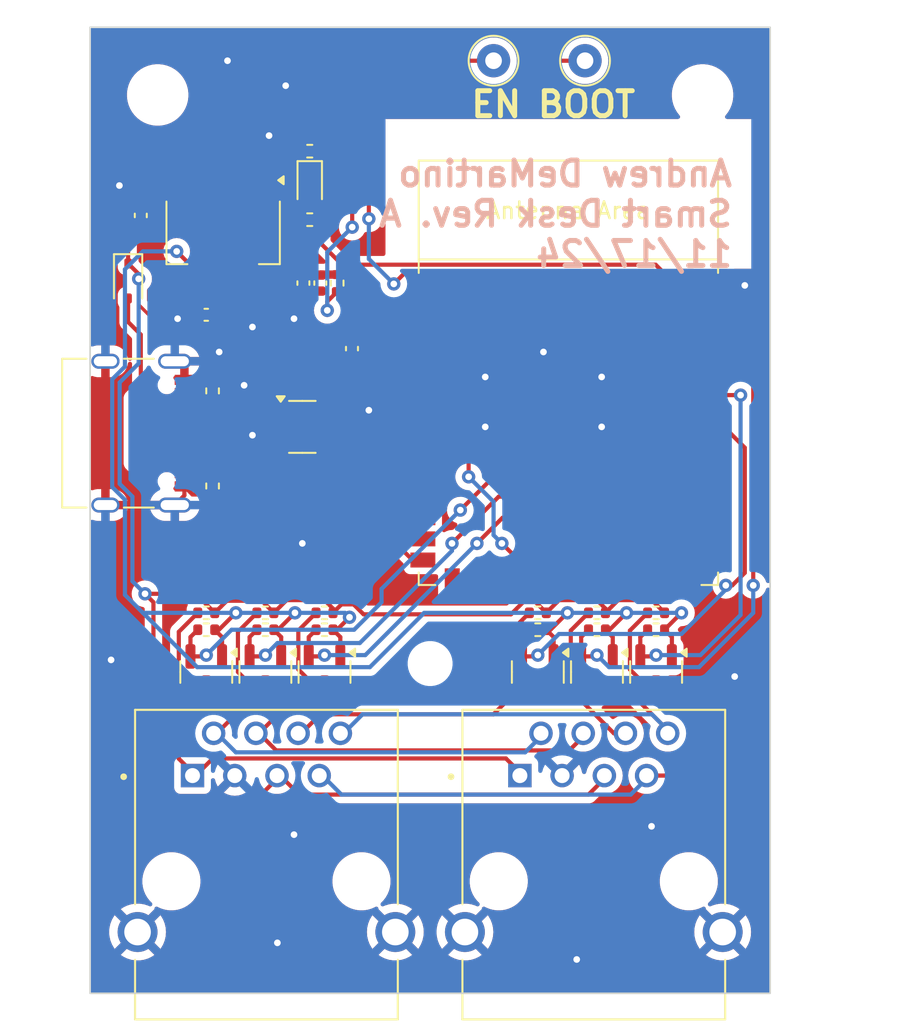
<source format=kicad_pcb>
(kicad_pcb (version 20240108) (generator "pcbnew") (generator_version "8.0")
  (layers (0 "F.Cu" signal) (31 "B.Cu" signal) (34 "B.Paste" user) (35 "F.Paste" user) (36 "B.SilkS" user "B.Silkscreen") (37 "F.SilkS" user "F.Silkscreen") (38 "B.Mask" user) (39 "F.Mask" user) (44 "Edge.Cuts" user))
  (net 0 "")
  (net 1 "GND")
  (net 2 "Net-(D2-A)")
  (net 3 "Net-(D2-K)")
  (net 5 "VBUS")
  (net 6 "/DESK_2")
  (net 7 "/DESK_7")
  (net 8 "/DESK_8")
  (net 10 "+3V3")
  (net 11 "/DESK_6")
  (net 12 "/DESK_4")
  (net 13 "/DESK_1")
  (net 14 "/USB_CC1")
  (net 15 "/USB_CC2")
  (net 16 "+5V")
  (net 17 "/GPIO23")
  (net 18 "/GPIO16")
  (net 19 "/GPIO17")
  (net 20 "/GPIO18")
  (net 21 "/GPIO19")
  (net 22 "/GPIO22")
  (net 23 "/GPIO21")
  (net 50 "/MCU/EN")
  (net 51 "/USB_N")
  (net 52 "/USB_P")
  (net 53 "/USB_HDR_N")
  (net 54 "/USB_HDR_P")
  (net 55 "Net-(U4-GPIO0{slash}BOOT)")
  (footprint "Resistor_SMD:R_0402_1005Metric" (layer "F.Cu") (at 153.162 107.188)
    (property "Reference" "R11" (hide yes))
    (property "Value" "10k")
  )
  (footprint "LED_SMD:LED_0603_1608Metric" (layer "F.Cu") (at 139.446 80.518 -90)
    (property "Reference" "D2" (hide yes))
    (property "Value" "LED")
  )
  (footprint "Resistor_SMD:R_0402_1005Metric" (layer "F.Cu") (at 136.779 106.172)
    (property "Reference" "R12" (hide yes))
    (property "Value" "10k")
  )
  (footprint "Resistor_SMD:R_0402_1005Metric" (layer "F.Cu") (at 140.335 106.172)
    (property "Reference" "R9" (hide yes))
    (property "Value" "10k")
  )
  (footprint "footprints:ASSMANN_A-2004-2-4-LPS-N-R" (layer "F.Cu") (at 136.8425 122.301)
    (property "Reference" "J1" (hide yes))
    (property "Value" "RJ45")
  )
  (footprint "Package_TO_SOT_SMD:SOT-23" (layer "F.Cu") (at 133.223 109.728 -90)
    (property "Reference" "Q3" (hide yes))
    (property "Value" "2N7002")
  )
  (footprint "Capacitor_SMD:C_0402_1005Metric" (layer "F.Cu") (at 133.223 88.265 180)
    (property "Reference" "C2" (hide yes))
    (property "Value" "10u")
  )
  (footprint "Connector_USB:USB_C_Receptacle_Palconn_UTC16-G" (layer "F.Cu") (at 129.399 95.377 -90)
    (property "Reference" "J3" (hide yes))
    (property "Value" "USB_C_ReceptacleUSB2.0")
  )
  (footprint "Package_TO_SOT_SMD:SOT-23" (layer "F.Cu") (at 156.718 109.728 -90)
    (property "Reference" "Q8" (hide yes))
    (property "Value" "2N7002")
  )
  (footprint "TestPoint:TestPoint_Loop_D1.80mm_Drill1.0mm_Beaded" (layer "F.Cu") (at 156 73)
    (property "Reference" "TP1" (hide yes))
    (property "Value" "TestPoint")
  )
  (footprint "Package_TO_SOT_SMD:SOT-23" (layer "F.Cu") (at 160.274 109.728 -90)
    (property "Reference" "Q7" (hide yes))
    (property "Value" "2N7002")
  )
  (footprint "Resistor_SMD:R_0402_1005Metric" (layer "F.Cu") (at 156.718 106.172)
    (property "Reference" "R17" (hide yes))
    (property "Value" "10k")
  )
  (footprint "Capacitor_SMD:C_0402_1005Metric" (layer "F.Cu") (at 141.986 90.297 -90)
    (property "Reference" "C3" (hide yes))
    (property "Value" "1u")
  )
  (footprint "MountingHole:MountingHole_2.2mm_M2" (layer "F.Cu") (at 146.685 109.22)
    (property "Reference" "REF**" (hide yes))
    (property "Value" "MountingHole_2.2mm_M2")
  )
  (footprint "Resistor_SMD:R_0402_1005Metric" (layer "F.Cu") (at 156.718 107.188)
    (property "Reference" "R16" (hide yes))
    (property "Value" "10k")
  )
  (footprint "Resistor_SMD:R_0402_1005Metric" (layer "F.Cu") (at 136.779 107.188)
    (property "Reference" "R10" (hide yes))
    (property "Value" "10k")
  )
  (footprint "Diode_SMD:D_SOD-323" (layer "F.Cu") (at 128.524 86.233 -90)
    (property "Reference" "D1" (hide yes))
    (property "Value" "1N5819WS")
  )
  (footprint "Package_TO_SOT_SMD:SOT-23-6" (layer "F.Cu") (at 139 95)
    (property "Reference" "U1" (hide yes))
    (property "Value" "USBLC6-2SC6")
  )
  (footprint "Package_TO_SOT_SMD:SOT-23" (layer "F.Cu") (at 153.162 109.728 -90)
    (property "Reference" "Q6" (hide yes))
    (property "Value" "2N7002")
  )
  (footprint "Resistor_SMD:R_0402_1005Metric" (layer "F.Cu") (at 133.604 98.552 90)
    (property "Reference" "R1" (hide yes))
    (property "Value" "5.1k")
  )
  (footprint "Resistor_SMD:R_0402_1005Metric" (layer "F.Cu") (at 153.162 106.172)
    (property "Reference" "R13" (hide yes))
    (property "Value" "10k")
  )
  (footprint "footprints:ASSMANN_A-2004-2-4-LPS-N-R" (layer "F.Cu") (at 156.5275 122.301)
    (property "Reference" "J2" (hide yes))
    (property "Value" "RJ45")
  )
  (footprint "MountingHole:MountingHole_3.2mm_M3" (layer "F.Cu") (at 130.302 75.057)
    (property "Reference" "REF**" (hide yes))
    (property "Value" "MountingHole_3.2mm_M3")
  )
  (footprint "MountingHole:MountingHole_3.2mm_M3" (layer "F.Cu") (at 163.068 75.057)
    (property "Reference" "REF**" (hide yes))
    (property "Value" "MountingHole_3.2mm_M3")
  )
  (footprint "Capacitor_SMD:C_0402_1005Metric" (layer "F.Cu") (at 140.081 86.36 -90)
    (property "Reference" "C4" (hide yes))
    (property "Value" "0.1u")
  )
  (footprint "Resistor_SMD:R_0402_1005Metric" (layer "F.Cu") (at 160.274 107.188)
    (property "Reference" "R14" (hide yes))
    (property "Value" "10k")
  )
  (footprint "PCM_Espressif:ESP32-S3-WROOM-1" (layer "F.Cu") (at 155 94.75)
    (property "Reference" "U4" (hide yes))
    (property "Value" "ESP32-S3-WROOM-1")
  )
  (footprint "Resistor_SMD:R_0402_1005Metric" (layer "F.Cu") (at 133.223 106.172)
    (property "Reference" "R8" (hide yes))
    (property "Value" "10k")
  )
  (footprint "Resistor_SMD:R_0402_1005Metric" (layer "F.Cu") (at 133.223 107.188)
    (property "Reference" "R6" (hide yes))
    (property "Value" "10k")
  )
  (footprint "TestPoint:TestPoint_Loop_D1.80mm_Drill1.0mm_Beaded" (layer "F.Cu") (at 150.5 73)
    (property "Reference" "TP2" (hide yes))
    (property "Value" "TestPoint")
  )
  (footprint "Capacitor_SMD:C_0402_1005Metric" (layer "F.Cu") (at 139.065 86.36 -90)
    (property "Reference" "C5" (hide yes))
    (property "Value" "10u")
  )
  (footprint "Resistor_SMD:R_0402_1005Metric" (layer "F.Cu") (at 139.446 82.55 180)
    (property "Reference" "R21" (hide yes))
    (property "Value" "470")
  )
  (footprint "Package_TO_SOT_SMD:SOT-23" (layer "F.Cu") (at 136.779 109.728 -90)
    (property "Reference" "Q5" (hide yes))
    (property "Value" "2N7002")
  )
  (footprint "Resistor_SMD:R_0402_1005Metric" (layer "F.Cu") (at 133.604 92.837 -90)
    (property "Reference" "R2" (hide yes))
    (property "Value" "5.1k")
  )
  (footprint "Resistor_SMD:R_0402_1005Metric" (layer "F.Cu") (at 141.097 86.36 -90)
    (property "Reference" "R5" (hide yes))
    (property "Value" "10k")
  )
  (footprint "Capacitor_SMD:C_0402_1005Metric" (layer "F.Cu") (at 129.286 82.296 90)
    (property "Reference" "C1" (hide yes))
    (property "Value" "10u")
  )
  (footprint "Package_TO_SOT_SMD:SOT-223-3_TabPin2" (layer "F.Cu") (at 134.239 83.312 -90)
    (property "Reference" "U2" (hide yes))
    (property "Value" "AMS1117-3.3")
  )
  (footprint "Resistor_SMD:R_0402_1005Metric" (layer "F.Cu") (at 139.446 78.4352 180)
    (property "Reference" "R22" (hide yes))
    (property "Value" "940")
  )
  (footprint "Resistor_SMD:R_0402_1005Metric" (layer "F.Cu") (at 140.335 107.188)
    (property "Reference" "R7" (hide yes))
    (property "Value" "10k")
  )
  (footprint "Resistor_SMD:R_0402_1005Metric" (layer "F.Cu") (at 160.274 106.172)
    (property "Reference" "R15" (hide yes))
    (property "Value" "10k")
  )
  (footprint "Package_TO_SOT_SMD:SOT-23" (layer "F.Cu") (at 140.335 109.728 -90)
    (property "Reference" "Q4" (hide yes))
    (property "Value" "2N7002")
  )
  (gr_rect (start 126.238 70.993) (end 167.132 129.032) (stroke (width 0.1)) (fill none) (layer "Edge.Cuts"))
  (gr_text "Andrew DeMartino\nSmart Desk Rev. A\n11/17/24\n" (at 165 85.5 0) (layer "B.SilkS") (effects (font (size 1.5 1.5) (thickness 0.3) (bold yes)) (justify left bottom mirror)))
  (gr_text "EN\n" (at 149 76.5 0) (layer "F.SilkS") (effects (font (size 1.5 1.5) (thickness 0.3) (bold yes)) (justify left bottom)))
  (gr_text "BOOT" (at 153 76.5 0) (layer "F.SilkS") (effects (font (size 1.5 1.5) (thickness 0.3) (bold yes)) (justify left bottom)))
  (segment (start 133.604 92.327) (end 132.059 92.327) (width 0.25) (layer "F.Cu") (net 1))
  (segment (start 132.394 99.062) (end 131.909 98.577) (width 0.25) (layer "F.Cu") (net 1))
  (segment (start 132.059 92.327) (end 131.909 92.177) (width 0.25) (layer "F.Cu") (net 1))
  (segment (start 129.286 81.816) (end 129.286 81.786) (width 0.25) (layer "F.Cu") (net 1))
  (segment (start 133.604 99.062) (end 132.394 99.062) (width 0.25) (layer "F.Cu") (net 1))
  (segment (start 136 95.5) (end 136.323 95.177) (width 0.5) (layer "F.Cu") (net 1))
  (segment (start 136.323 95.177) (end 137.6855 95.177) (width 0.5) (layer "F.Cu") (net 1))
  (segment (start 137.6855 95.177) (end 137.8625 95) (width 0.5) (layer "F.Cu") (net 1))
  (segment (start 131.909 99.117) (end 131.329 99.697) (width 0.25) (layer "F.Cu") (net 1))
  (segment (start 131.909 98.577) (end 131.909 99.117) (width 0.25) (layer "F.Cu") (net 1))
  (via (at 165.608 86.5) (size 0.8) (drill 0.4) (layers "F.Cu" "B.Cu") (net 1))
  (via (at 131.5 88.5) (size 0.8) (drill 0.4) (layers "F.Cu" "B.Cu") (net 1))
  (via (at 128 80.5) (size 0.8) (drill 0.4) (layers "F.Cu" "B.Cu") (net 1))
  (via (at 134 90.5) (size 0.8) (drill 0.4) (layers "F.Cu" "B.Cu") (net 1))
  (via (at 134.5 73) (size 0.8) (drill 0.4) (layers "F.Cu" "B.Cu") (net 1))
  (via (at 157 92) (size 0.8) (drill 0.4) (layers "F.Cu" "B.Cu") (net 1))
  (via (at 138.5 88.5) (size 0.8) (drill 0.4) (layers "F.Cu" "B.Cu") (net 1))
  (via (at 150 95) (size 0.8) (drill 0.4) (layers "F.Cu" "B.Cu") (net 1))
  (via (at 136 89) (size 0.8) (drill 0.4) (layers "F.Cu" "B.Cu") (net 1))
  (via (at 165 110) (size 0.8) (drill 0.4) (layers "F.Cu" "B.Cu") (net 1))
  (via (at 157 95) (size 0.8) (drill 0.4) (layers "F.Cu" "B.Cu") (net 1))
  (via (at 135.5 92.5) (size 0.8) (drill 0.4) (layers "F.Cu" "B.Cu") (net 1))
  (via (at 137.5 126) (size 0.8) (drill 0.4) (layers "F.Cu" "B.Cu") (net 1))
  (via (at 143 94) (size 0.8) (drill 0.4) (layers "F.Cu" "B.Cu") (net 1))
  (via (at 138.5 119.5) (size 0.8) (drill 0.4) (layers "F.Cu" "B.Cu") (net 1))
  (via (at 127.5 109) (size 0.8) (drill 0.4) (layers "F.Cu" "B.Cu") (net 1))
  (via (at 137 77.5) (size 0.8) (drill 0.4) (layers "F.Cu" "B.Cu") (net 1))
  (via (at 138 74.5) (size 0.8) (drill 0.4) (layers "F.Cu" "B.Cu") (net 1))
  (via (at 160 119) (size 0.8) (drill 0.4) (layers "F.Cu" "B.Cu") (net 1))
  (via (at 136 95.5) (size 0.8) (drill 0.4) (layers "F.Cu" "B.Cu") (net 1))
  (via (at 150 92) (size 0.8) (drill 0.4) (layers "F.Cu" "B.Cu") (net 1))
  (via (at 139 102) (size 0.8) (drill 0.4) (layers "F.Cu" "B.Cu") (net 1))
  (via (at 155.5 127) (size 0.8) (drill 0.4) (layers "F.Cu" "B.Cu") (net 1))
  (via (at 153.5 90.5) (size 0.8) (drill 0.4) (layers "F.Cu" "B.Cu") (net 1))
  (segment (start 138.936 82.55) (end 138.936 81.8155) (width 0.25) (layer "F.Cu") (net 2))
  (segment (start 138.936 81.8155) (end 139.446 81.3055) (width 0.25) (layer "F.Cu") (net 2))
  (segment (start 139.956 79.2205) (end 139.446 79.7305) (width 0.25) (layer "F.Cu") (net 3))
  (segment (start 139.956 78.4352) (end 139.956 79.2205) (width 0.25) (layer "F.Cu") (net 3))
  (segment (start 130.048 98.171) (end 129.794 98.171) (width 0.25) (layer "F.Cu") (net 5))
  (segment (start 129.662 93.162) (end 131.128594 93.162) (width 0.25) (layer "F.Cu") (net 5))
  (segment (start 131.128594 93.162) (end 131.313594 92.977) (width 0.25) (layer "F.Cu") (net 5))
  (segment (start 128.778 97.155) (end 128.778 93.294) (width 0.25) (layer "F.Cu") (net 5))
  (segment (start 128.778 93.294) (end 129.286 92.786) (width 0.25) (layer "F.Cu") (net 5))
  (segment (start 128.524 88.6945) (end 129.286 89.4565) (width 0.25) (layer "F.Cu") (net 5))
  (segment (start 130.569603 97.592479) (end 130.048 98.114082) (width 0.25) (layer "F.Cu") (net 5))
  (segment (start 131.313594 92.977) (end 131.909 92.977) (width 0.25) (layer "F.Cu") (net 5))
  (segment (start 129.286 92.786) (end 129.662 93.162) (width 0.25) (layer "F.Cu") (net 5))
  (segment (start 128.524 87.283) (end 128.524 88.6945) (width 0.25) (layer "F.Cu") (net 5))
  (segment (start 129.286 89.4565) (end 129.286 92.786) (width 0.25) (layer "F.Cu") (net 5))
  (segment (start 130.048 98.114082) (end 130.048 98.171) (width 0.25) (layer "F.Cu") (net 5))
  (segment (start 129.794 98.171) (end 128.778 97.155) (width 0.25) (layer "F.Cu") (net 5))
  (segment (start 131.396511 97.777) (end 131.21199 97.592479) (width 0.25) (layer "F.Cu") (net 5))
  (segment (start 131.909 97.777) (end 131.396511 97.777) (width 0.25) (layer "F.Cu") (net 5))
  (segment (start 131.21199 97.592479) (end 130.569603 97.592479) (width 0.25) (layer "F.Cu") (net 5))
  (segment (start 135.128 107.313) (end 136.269 106.172) (width 0.25) (layer "F.Cu") (net 6))
  (segment (start 136.7305 110.5385) (end 133.858 113.411) (width 0.25) (layer "F.Cu") (net 6))
  (segment (start 136.0655 110.6655) (end 135.128 109.728) (width 0.25) (layer "F.Cu") (net 6))
  (segment (start 135.128 109.728) (end 135.128 107.313) (width 0.25) (layer "F.Cu") (net 6))
  (segment (start 136.779 110.6655) (end 136.0655 110.6655) (width 0.25) (layer "F.Cu") (net 6))
  (segment (start 152.4 114.554) (end 135.001 114.554) (width 0.25) (layer "B.Cu") (net 6))
  (segment (start 135.001 114.554) (end 133.858 113.411) (width 0.25) (layer "B.Cu") (net 6))
  (segment (start 153.543 113.411) (end 152.4 114.554) (width 0.25) (layer "B.Cu") (net 6))
  (segment (start 159.893 115.951) (end 160.888606 115.951) (width 0.25) (layer "F.Cu") (net 7))
  (segment (start 160.888606 115.951) (end 162.56 114.279606) (width 0.25) (layer "F.Cu") (net 7))
  (segment (start 162.56 114.279606) (end 162.56 112.649) (width 0.25) (layer "F.Cu") (net 7))
  (segment (start 160.274 110.6655) (end 159.790428 110.6655) (width 0.25) (layer "F.Cu") (net 7))
  (segment (start 160.4495 110.5385) (end 160.274 110.5385) (width 0.25) (layer "F.Cu") (net 7))
  (segment (start 158.69948 109.574552) (end 158.69948 107.23652) (width 0.25) (layer "F.Cu") (net 7))
  (segment (start 159.790428 110.6655) (end 158.69948 109.574552) (width 0.25) (layer "F.Cu") (net 7))
  (segment (start 158.69948 107.23652) (end 159.764 106.172) (width 0.25) (layer "F.Cu") (net 7))
  (segment (start 162.56 112.649) (end 160.4495 110.5385) (width 0.25) (layer "F.Cu") (net 7))
  (segment (start 141.351 117.094) (end 140.208 115.951) (width 0.25) (layer "B.Cu") (net 7))
  (segment (start 158.75 117.094) (end 141.351 117.094) (width 0.25) (layer "B.Cu") (net 7))
  (segment (start 159.893 115.951) (end 158.75 117.094) (width 0.25) (layer "B.Cu") (net 7))
  (segment (start 156.718 110.6655) (end 156.234428 110.6655) (width 0.25) (layer "F.Cu") (net 8))
  (segment (start 155.14348 109.574552) (end 155.14348 107.23652) (width 0.25) (layer "F.Cu") (net 8))
  (segment (start 155.14348 107.23652) (end 156.208 106.172) (width 0.25) (layer "F.Cu") (net 8))
  (segment (start 156.234428 110.6655) (end 155.14348 109.574552) (width 0.25) (layer "F.Cu") (net 8))
  (segment (start 161.163 113.411) (end 158.2905 110.5385) (width 0.25) (layer "F.Cu") (net 8))
  (segment (start 158.2905 110.5385) (end 156.718 110.5385) (width 0.25) (layer "F.Cu") (net 8))
  (segment (start 160.02 112.268) (end 142.621 112.268) (width 0.25) (layer "B.Cu") (net 8))
  (segment (start 161.163 113.411) (end 160.02 112.268) (width 0.25) (layer "B.Cu") (net 8))
  (segment (start 142.621 112.268) (end 141.478 113.411) (width 0.25) (layer "B.Cu") (net 8))
  (segment (start 141.097 85.85) (end 141.228056 85.85) (width 0.5) (layer "F.Cu") (net 10))
  (segment (start 153.672 107.188) (end 153.924 107.188) (width 0.25) (layer "F.Cu") (net 10))
  (segment (start 161.224 108.7905) (end 161.224 107.628) (width 0.25) (layer "F.Cu") (net 10))
  (segment (start 154.112 108.7905) (end 154.112 107.628) (width 0.25) (layer "F.Cu") (net 10))
  (segment (start 141.228056 85.85) (end 143.138056 87.76) (width 0.5) (layer "F.Cu") (net 10))
  (segment (start 133.703 88.265) (end 133.703 86.998) (width 0.25) (layer "F.Cu") (net 10))
  (segment (start 137.541 107.188) (end 138.557 106.172) (width 0.25) (layer "F.Cu") (net 10))
  (segment (start 134.821 85.88) (end 134.239 86.462) (width 0.5) (layer "F.Cu") (net 10))
  (segment (start 133.703 86.998) (end 134.239 86.462) (width 0.25) (layer "F.Cu") (net 10))
  (segment (start 157.228 107.188) (end 157.48 107.188) (width 0.25) (layer "F.Cu") (net 10))
  (segment (start 157.668 107.628) (end 157.228 107.188) (width 0.25) (layer "F.Cu") (net 10))
  (segment (start 143.138056 87.76) (end 146.25 87.76) (width 0.5) (layer "F.Cu") (net 10))
  (segment (start 134.239 86.462) (end 134.239 80.162) (width 0.25) (layer "F.Cu") (net 10))
  (segment (start 134.173 108.7905) (end 134.173 107.628) (width 0.25) (layer "F.Cu") (net 10))
  (segment (start 141.0884 107.188) (end 140.845 107.188) (width 0.25) (layer "F.Cu") (net 10))
  (segment (start 141.83595 106.44045) (end 141.0884 107.188) (width 0.25) (layer "F.Cu") (net 10))
  (segment (start 153.924 107.188) (end 154.94 106.172) (width 0.25) (layer "F.Cu") (net 10))
  (segment (start 134.173 107.628) (end 133.733 107.188) (width 0.25) (layer "F.Cu") (net 10))
  (segment (start 160.784 107.188) (end 160.784 107.186) (width 0.25) (layer "F.Cu") (net 10))
  (segment (start 160.784 107.186) (end 161.798 106.172) (width 0.25) (layer "F.Cu") (net 10))
  (segment (start 133.452 86.462) (end 131.445 84.455) (width 0.25) (layer "F.Cu") (net 10))
  (segment (start 140.111 85.85) (end 140.081 85.88) (width 0.5) (layer "F.Cu") (net 10))
  (segment (start 154.112 107.628) (end 153.672 107.188) (width 0.25) (layer "F.Cu") (net 10))
  (segment (start 139.065 85.88) (end 134.821 85.88) (width 0.5) (layer "F.Cu") (net 10))
  (segment (start 137.289 107.188) (end 137.541 107.188) (width 0.25) (layer "F.Cu") (net 10))
  (segment (start 133.985 107.188) (end 135.001 106.172) (width 0.25) (layer "F.Cu") (net 10))
  (segment (start 137.729 108.7905) (end 137.729 107.628) (width 0.25) (layer "F.Cu") (net 10))
  (segment (start 141.285 108.7905) (end 141.285 107.628) (width 0.25) (layer "F.Cu") (net 10))
  (segment (start 133.733 107.188) (end 133.985 107.188) (width 0.25) (layer "F.Cu") (net 10))
  (segment (start 134.239 86.462) (end 133.452 86.462) (width 0.25) (layer "F.Cu") (net 10))
  (segment (start 141.285 107.628) (end 140.845 107.188) (width 0.25) (layer "F.Cu") (net 10))
  (segment (start 137.729 107.628) (end 137.289 107.188) (width 0.25) (layer "F.Cu") (net 10))
  (segment (start 157.668 108.7905) (end 157.668 107.628) (width 0.25) (layer "F.Cu") (net 10))
  (segment (start 157.48 107.188) (end 158.496 106.172) (width 0.25) (layer "F.Cu") (net 10))
  (segment (start 161.224 107.628) (end 160.784 107.188) (width 0.25) (layer "F.Cu") (net 10))
  (segment (start 140.081 85.88) (end 139.065 85.88) (width 0.5) (layer "F.Cu") (net 10))
  (segment (start 141.097 85.85) (end 140.111 85.85) (width 0.5) (layer "F.Cu") (net 10))
  (via (at 141.83595 106.44045) (size 0.8) (drill 0.4) (layers "F.Cu" "B.Cu") (net 10))
  (via (at 158.496 106.172) (size 0.8) (drill 0.4) (layers "F.Cu" "B.Cu") (net 10))
  (via (at 138.557 106.172) (size 0.8) (drill 0.4) (layers "F.Cu" "B.Cu") (net 10))
  (via (at 161.798 106.172) (size 0.8) (drill 0.4) (layers "F.Cu" "B.Cu") (net 10))
  (via (at 154.94 106.172) (size 0.8) (drill 0.4) (layers "F.Cu" "B.Cu") (net 10))
  (via (at 135.001 106.172) (size 0.8) (drill 0.4) (layers "F.Cu" "B.Cu") (net 10))
  (via (at 131.445 84.455) (size 0.8) (drill 0.4) (layers "F.Cu" "B.Cu") (net 10))
  (segment (start 127.56648 92.144856) (end 127.56648 98.609143) (width 0.25) (layer "B.Cu") (net 10))
  (segment (start 146.328 106.172) (end 154.94 106.172) (width 0.25) (layer "B.Cu") (net 10))
  (segment (start 158.496 106.172) (end 161.798 106.172) (width 0.25) (layer "B.Cu") (net 10))
  (segment (start 131.445 84.455) (end 129.413 84.455) (width 0.25) (layer "B.Cu") (net 10))
  (segment (start 128.33352 85.53448) (end 128.33352 91.377816) (width 0.25) (layer "B.Cu") (net 10))
  (segment (start 129.413 106.172) (end 138.557 106.172) (width 0.25) (layer "B.Cu") (net 10))
  (segment (start 143.063489 109.436511) (end 146.328 106.172) (width 0.25) (layer "B.Cu") (net 10))
  (segment (start 138.557 106.172) (end 141.5675 106.172) (width 0.25) (layer "B.Cu") (net 10))
  (segment (start 141.5675 106.172) (end 141.83595 106.44045) (width 0.25) (layer "B.Cu") (net 10))
  (segment (start 132.677511 109.436511) (end 143.063489 109.436511) (width 0.25) (layer "B.Cu") (net 10))
  (segment (start 154.94 106.172) (end 158.496 106.172) (width 0.25) (layer "B.Cu") (net 10))
  (segment (start 129.413 84.455) (end 128.33352 85.53448) (width 0.25) (layer "B.Cu") (net 10))
  (segment (start 128.33352 105.09252) (end 129.413 106.172) (width 0.25) (layer "B.Cu") (net 10))
  (segment (start 128.33352 91.377816) (end 127.56648 92.144856) (width 0.25) (layer "B.Cu") (net 10))
  (segment (start 129.413 106.172) (end 132.677511 109.436511) (width 0.25) (layer "B.Cu") (net 10))
  (segment (start 128.33352 99.376184) (end 128.33352 105.09252) (width 0.25) (layer "B.Cu") (net 10))
  (segment (start 127.56648 98.609143) (end 128.33352 99.376184) (width 0.25) (layer "B.Cu") (net 10))
  (segment (start 152.2245 110.5385) (end 150.495 112.268) (width 0.25) (layer "F.Cu") (net 11))
  (segment (start 140.081 112.268) (end 138.938 113.411) (width 0.25) (layer "F.Cu") (net 11))
  (segment (start 153.162 110.6655) (end 152.678428 110.6655) (width 0.25) (layer "F.Cu") (net 11))
  (segment (start 151.58748 109.574552) (end 151.58748 107.23652) (width 0.25) (layer "F.Cu") (net 11))
  (segment (start 150.495 112.268) (end 140.081 112.268) (width 0.25) (layer "F.Cu") (net 11))
  (segment (start 151.58748 107.23652) (end 152.652 106.172) (width 0.25) (layer "F.Cu") (net 11))
  (segment (start 152.678428 110.6655) (end 151.58748 109.574552) (width 0.25) (layer "F.Cu") (net 11))
  (segment (start 158.623 113.411) (end 157.734 113.411) (width 0.25) (layer "F.Cu") (net 11))
  (segment (start 157.734 113.411) (end 154.8615 110.5385) (width 0.25) (layer "F.Cu") (net 11))
  (segment (start 154.8615 110.5385) (end 152.2245 110.5385) (width 0.25) (layer "F.Cu") (net 11))
  (segment (start 138.76048 107.23652) (end 139.825 106.172) (width 0.25) (layer "F.Cu") (net 12))
  (segment (start 137.426511 114.439511) (end 136.398 113.411) (width 0.25) (layer "F.Cu") (net 12))
  (segment (start 139.851428 110.6655) (end 138.76048 109.574552) (width 0.25) (layer "F.Cu") (net 12))
  (segment (start 155.054489 114.439511) (end 137.426511 114.439511) (width 0.25) (layer "F.Cu") (net 12))
  (segment (start 156.083 113.411) (end 155.054489 114.439511) (width 0.25) (layer "F.Cu") (net 12))
  (segment (start 138.76048 109.574552) (end 138.76048 107.23652) (width 0.25) (layer "F.Cu") (net 12))
  (segment (start 140.335 110.6655) (end 139.851428 110.6655) (width 0.25) (layer "F.Cu") (net 12))
  (segment (start 139.2705 110.5385) (end 136.398 113.411) (width 0.25) (layer "F.Cu") (net 12))
  (segment (start 140.462 110.5385) (end 139.2705 110.5385) (width 0.25) (layer "F.Cu") (net 12))
  (segment (start 133.223 110.6655) (end 132.739428 110.6655) (width 0.25) (layer "F.Cu") (net 13))
  (segment (start 131.572 107.313) (end 132.713 106.172) (width 0.25) (layer "F.Cu") (net 13))
  (segment (start 131.572 109.498072) (end 131.572 107.313) (width 0.25) (layer "F.Cu") (net 13))
  (segment (start 132.739428 110.6655) (end 131.572 109.498072) (width 0.25) (layer "F.Cu") (net 13))
  (segment (start 132.588 115.951) (end 131.572 114.935) (width 0.25) (layer "F.Cu") (net 13))
  (segment (start 131.572 112.213) (end 133.2465 110.5385) (width 0.25) (layer "F.Cu") (net 13))
  (segment (start 131.572 114.935) (end 131.572 112.213) (width 0.25) (layer "F.Cu") (net 13))
  (segment (start 152.273 115.951) (end 151.244489 114.922489) (width 0.25) (layer "F.Cu") (net 13))
  (segment (start 151.244489 114.922489) (end 133.616511 114.922489) (width 0.25) (layer "F.Cu") (net 13))
  (segment (start 133.616511 114.922489) (end 132.588 115.951) (width 0.25) (layer "F.Cu") (net 13))
  (segment (start 132.824 94.127) (end 131.909 94.127) (width 0.25) (layer "F.Cu") (net 14))
  (segment (start 133.604 93.347) (end 132.824 94.127) (width 0.25) (layer "F.Cu") (net 14))
  (segment (start 132.689 97.127) (end 133.604 98.042) (width 0.25) (layer "F.Cu") (net 15))
  (segment (start 131.909 97.127) (end 132.689 97.127) (width 0.25) (layer "F.Cu") (net 15))
  (segment (start 137.668 115.951) (end 135.636 117.983) (width 0.25) (layer "F.Cu") (net 16))
  (segment (start 130.048 105.537) (end 129.54 105.029) (width 0.25) (layer "F.Cu") (net 16))
  (segment (start 142.681625 106.261511) (end 142.084114 105.664) (width 0.25) (layer "F.Cu") (net 16))
  (segment (start 135.636 117.983) (end 130.556 117.983) (width 0.25) (layer "F.Cu") (net 16))
  (segment (start 152.28252 105.52748) (end 151.548489 106.261511) (width 0.25) (layer "F.Cu") (net 16))
  (segment (start 154.305 105.537) (end 154.432 105.41) (width 0.25) (layer "F.Cu") (net 16))
  (segment (start 141.353 105.664) (end 140.845 106.172) (width 0.25) (layer "F.Cu") (net 16))
  (segment (start 140.845 105.92) (end 140.845 106.172) (width 0.25) (layer "F.Cu") (net 16))
  (segment (start 138.811 117.094) (end 137.668 115.951) (width 0.25) (layer "F.Cu") (net 16))
  (segment (start 140.335 105.41) (end 140.845 105.92) (width 0.25) (layer "F.Cu") (net 16))
  (segment (start 129.159 86.106) (end 129.159 85.818) (width 0.25) (layer "F.Cu") (net 16))
  (segment (start 153.672 106.172) (end 154.305 105.539) (width 0.25) (layer "F.Cu") (net 16))
  (segment (start 157.99 105.41) (end 160.022 105.41) (width 0.25) (layer "F.Cu") (net 16))
  (segment (start 130.048 117.475) (end 130.048 105.537) (width 0.25) (layer "F.Cu") (net 16))
  (segment (start 157.228 105.92) (end 157.228 106.172) (width 0.25) (layer "F.Cu") (net 16))
  (segment (start 129.54 105.029) (end 132.59 105.029) (width 0.25) (layer "F.Cu") (net 16))
  (segment (start 139 94.524999) (end 139 93.884448) (width 0.2) (layer "F.Cu") (net 16))
  (segment (start 128.524 85.183) (end 128.524 83.577) (width 0.25) (layer "F.Cu") (net 16))
  (segment (start 153.02748 105.52748) (end 152.28252 105.52748) (width 0.25) (layer "F.Cu") (net 16))
  (segment (start 134.615552 89.5) (end 131 89.5) (width 0.2) (layer "F.Cu") (net 16))
  (segment (start 132.59 105.029) (end 133.733 106.172) (width 0.25) (layer "F.Cu") (net 16))
  (segment (start 131 89.5) (end 129.159 87.659) (width 0.2) (layer "F.Cu") (net 16))
  (segment (start 157.353 115.951) (end 156.21 117.094) (width 0.25) (layer "F.Cu") (net 16))
  (segment (start 136.564489 105.447489) (end 137.289 106.172) (width 0.25) (layer "F.Cu") (net 16))
  (segment (start 129.159 87.659) (end 129.159 86.106) (width 0.2) (layer "F.Cu") (net 16))
  (segment (start 157.228 106.172) (end 157.99 105.41) (width 0.25) (layer "F.Cu") (net 16))
  (segment (start 154.432 105.41) (end 156.718 105.41) (width 0.25) (layer "F.Cu") (net 16))
  (segment (start 139.475001 95) (end 139 94.524999) (width 0.2) (layer "F.Cu") (net 16))
  (segment (start 134.457511 105.447489) (end 136.564489 105.447489) (width 0.25) (layer "F.Cu") (net 16))
  (segment (start 138.051 105.41) (end 140.335 105.41) (width 0.25) (layer "F.Cu") (net 16))
  (segment (start 140.1375 95) (end 139.475001 95) (width 0.2) (layer "F.Cu") (net 16))
  (segment (start 160.022 105.41) (end 160.784 106.172) (width 0.25) (layer "F.Cu") (net 16))
  (segment (start 154.305 105.539) (end 154.305 105.537) (width 0.25) (layer "F.Cu") (net 16))
  (segment (start 130.556 117.983) (end 130.048 117.475) (width 0.25) (layer "F.Cu") (net 16))
  (segment (start 129.159 85.818) (end 128.524 85.183) (width 0.25) (layer "F.Cu") (net 16))
  (segment (start 156.718 105.41) (end 157.228 105.92) (width 0.25) (layer "F.Cu") (net 16))
  (segment (start 151.548489 106.261511) (end 142.681625 106.261511) (width 0.25) (layer "F.Cu") (net 16))
  (segment (start 137.289 106.172) (end 138.051 105.41) (width 0.25) (layer "F.Cu") (net 16))
  (segment (start 128.524 83.577) (end 131.939 80.162) (width 0.25) (layer "F.Cu") (net 16))
  (segment (start 153.672 106.172) (end 153.02748 105.52748) (width 0.25) (layer "F.Cu") (net 16))
  (segment (start 142.084114 105.664) (end 141.353 105.664) (width 0.25) (layer "F.Cu") (net 16))
  (segment (start 139 93.884448) (end 134.615552 89.5) (width 0.2) (layer "F.Cu") (net 16))
  (segment (start 156.21 117.094) (end 138.811 117.094) (width 0.25) (layer "F.Cu") (net 16))
  (segment (start 133.733 106.172) (end 134.457511 105.447489) (width 0.25) (layer "F.Cu") (net 16))
  (via (at 129.54 105.029) (size 0.8) (drill 0.4) (layers "F.Cu" "B.Cu") (net 16))
  (via (at 129.159 86.106) (size 0.8) (drill 0.4) (layers "F.Cu" "B.Cu") (net 16))
  (segment (start 129.159 91.188054) (end 129.159 86.106) (width 0.25) (layer "B.Cu") (net 16))
  (segment (start 129.54 105.029) (end 128.78304 104.27204) (width 0.25) (layer "B.Cu") (net 16))
  (segment (start 128.016 98.422946) (end 128.016 92.331054) (width 0.25) (layer "B.Cu") (net 16))
  (segment (start 128.78304 99.189986) (end 128.016 98.422946) (width 0.25) (layer "B.Cu") (net 16))
  (segment (start 128.78304 104.27204) (end 128.78304 99.189986) (width 0.25) (layer "B.Cu") (net 16))
  (segment (start 128.016 92.331054) (end 129.159 91.188054) (width 0.25) (layer "B.Cu") (net 16))
  (segment (start 162.75 87.76) (end 163.75 87.76) (width 0.25) (layer "F.Cu") (net 17))
  (segment (start 140.170511 84.036511) (end 141.389 85.255) (width 0.25) (layer "F.Cu") (net 17))
  (segment (start 141.389 85.255) (end 160.245 85.255) (width 0.25) (layer "F.Cu") (net 17))
  (segment (start 139.956 82.55) (end 140.170511 82.764511) (width 0.25) (layer "F.Cu") (net 17))
  (segment (start 160.245 85.255) (end 162.75 87.76) (width 0.25) (layer "F.Cu") (net 17))
  (segment (start 140.170511 82.764511) (end 140.170511 84.036511) (width 0.25) (layer "F.Cu") (net 17))
  (segment (start 140.2565 108.7905) (end 140.335 108.712) (width 0.25) (layer "F.Cu") (net 18))
  (segment (start 139.385 108.7905) (end 140.2565 108.7905) (width 0.25) (layer "F.Cu") (net 18))
  (segment (start 151.04 100.46) (end 149.5 102) (width 0.25) (layer "F.Cu") (net 18))
  (segment (start 163.75 100.46) (end 151.04 100.46) (width 0.25) (layer "F.Cu") (net 18))
  (segment (start 139.385 107.628) (end 139.825 107.188) (width 0.25) (layer "F.Cu") (net 18))
  (segment (start 139.385 108.7905) (end 139.385 107.628) (width 0.25) (layer "F.Cu") (net 18))
  (via (at 149.5 102) (size 0.8) (drill 0.4) (layers "F.Cu" "B.Cu") (net 18))
  (via (at 140.335 108.712) (size 0.8) (drill 0.4) (layers "F.Cu" "B.Cu") (net 18))
  (segment (start 142.788 108.712) (end 149.5 102) (width 0.25) (layer "B.Cu") (net 18))
  (segment (start 140.335 108.712) (end 142.788 108.712) (width 0.25) (layer "B.Cu") (net 18))
  (segment (start 135.829 107.628) (end 136.269 107.188) (width 0.25) (layer "F.Cu") (net 19))
  (segment (start 163.75 99.19) (end 150.81 99.19) (width 0.25) (layer "F.Cu") (net 19))
  (segment (start 136.7005 108.7905) (end 136.779 108.712) (width 0.25) (layer "F.Cu") (net 19))
  (segment (start 150.81 99.19) (end 148 102) (width 0.25) (layer "F.Cu") (net 19))
  (segment (start 135.829 108.7905) (end 136.7005 108.7905) (width 0.25) (layer "F.Cu") (net 19))
  (segment (start 135.829 108.7905) (end 135.829 107.628) (width 0.25) (layer "F.Cu") (net 19))
  (via (at 148 102) (size 0.8) (drill 0.4) (layers "F.Cu" "B.Cu") (net 19))
  (via (at 136.779 108.712) (size 0.8) (drill 0.4) (layers "F.Cu" "B.Cu") (net 19))
  (segment (start 142.456511 107.987489) (end 137.503511 107.987489) (width 0.25) (layer "B.Cu") (net 19))
  (segment (start 148 102) (end 148 102.444) (width 0.25) (layer "B.Cu") (net 19))
  (segment (start 137.503511 107.987489) (end 136.779 108.712) (width 0.25) (layer "B.Cu") (net 19))
  (segment (start 148 102.444) (end 142.456511 107.987489) (width 0.25) (layer "B.Cu") (net 19))
  (segment (start 133.1445 108.7905) (end 133.223 108.712) (width 0.25) (layer "F.Cu") (net 20))
  (segment (start 132.273 108.7905) (end 132.273 107.628) (width 0.25) (layer "F.Cu") (net 20))
  (segment (start 132.273 107.628) (end 132.713 107.188) (width 0.25) (layer "F.Cu") (net 20))
  (segment (start 151.85 96.65) (end 148.5 100) (width 0.25) (layer "F.Cu") (net 20))
  (segment (start 132.273 108.7905) (end 133.1445 108.7905) (width 0.25) (layer "F.Cu") (net 20))
  (segment (start 163.75 96.65) (end 151.85 96.65) (width 0.25) (layer "F.Cu") (net 20))
  (via (at 133.223 108.712) (size 0.8) (drill 0.4) (layers "F.Cu" "B.Cu") (net 20))
  (via (at 148.5 100) (size 0.8) (drill 0.4) (layers "F.Cu" "B.Cu") (net 20))
  (segment (start 143.764 105.537) (end 142.113 107.188) (width 0.25) (layer "B.Cu") (net 20))
  (segment (start 143.764 104.736) (end 143.764 105.537) (width 0.25) (layer "B.Cu") (net 20))
  (segment (start 142.113 107.188) (end 134.747 107.188) (width 0.25) (layer "B.Cu") (net 20))
  (segment (start 134.747 107.188) (end 133.223 108.712) (width 0.25) (layer "B.Cu") (net 20))
  (segment (start 148.5 100) (end 143.764 104.736) (width 0.25) (layer "B.Cu") (net 20))
  (segment (start 153.0835 108.7905) (end 153.162 108.712) (width 0.25) (layer "F.Cu") (net 21))
  (segment (start 164.465 104.521) (end 164.854614 104.521) (width 0.25) (layer "F.Cu") (net 21))
  (segment (start 152.212 108.7905) (end 152.212 107.628) (width 0.25) (layer "F.Cu") (net 21))
  (segment (start 152.212 108.7905) (end 153.0835 108.7905) (width 0.25) (layer "F.Cu") (net 21))
  (segment (start 165.608 96.250978) (end 164.737022 95.38) (width 0.25) (layer "F.Cu") (net 21))
  (segment (start 152.212 107.628) (end 152.652 107.188) (width 0.25) (layer "F.Cu") (net 21))
  (segment (start 164.854614 104.521) (end 165.608 103.767614) (width 0.25) (layer "F.Cu") (net 21))
  (segment (start 165.608 103.767614) (end 165.608 96.250978) (width 0.25) (layer "F.Cu") (net 21))
  (segment (start 164.737022 95.38) (end 163.75 95.38) (width 0.25) (layer "F.Cu") (net 21))
  (via (at 164.465 104.521) (size 0.8) (drill 0.4) (layers "F.Cu" "B.Cu") (net 21))
  (via (at 153.162 108.712) (size 0.8) (drill 0.4) (layers "F.Cu" "B.Cu") (net 21))
  (segment (start 164.465 104.775) (end 161.798 107.442) (width 0.25) (layer "B.Cu") (net 21))
  (segment (start 161.798 107.442) (end 154.432 107.442) (width 0.25) (layer "B.Cu") (net 21))
  (segment (start 154.432 107.442) (end 153.162 108.712) (width 0.25) (layer "B.Cu") (net 21))
  (segment (start 164.465 104.521) (end 164.465 104.775) (width 0.25) (layer "B.Cu") (net 21))
  (segment (start 155.768 107.628) (end 156.208 107.188) (width 0.25) (layer "F.Cu") (net 22))
  (segment (start 155.768 108.7905) (end 156.6395 108.7905) (width 0.25) (layer "F.Cu") (net 22))
  (segment (start 166.116 90.426) (end 166.116 104.521) (width 0.25) (layer "F.Cu") (net 22))
  (segment (start 163.75 89.03) (end 164.72 89.03) (width 0.25) (layer "F.Cu") (net 22))
  (segment (start 156.6395 108.7905) (end 156.718 108.712) (width 0.25) (layer "F.Cu") (net 22))
  (segment (start 164.72 89.03) (end 166.116 90.426) (width 0.25) (layer "F.Cu") (net 22))
  (segment (start 155.768 108.7905) (end 155.768 107.628) (width 0.25) (layer "F.Cu") (net 22))
  (via (at 156.718 108.712) (size 0.8) (drill 0.4) (layers "F.Cu" "B.Cu") (net 22))
  (via (at 166.116 104.521) (size 0.8) (drill 0.4) (layers "F.Cu" "B.Cu") (net 22))
  (segment (start 157.442511 109.436511) (end 156.718 108.712) (width 0.25) (layer "B.Cu") (net 22))
  (segment (start 162.852206 109.436511) (end 157.442511 109.436511) (width 0.25) (layer "B.Cu") (net 22))
  (segment (start 166.116 106.172717) (end 162.852206 109.436511) (width 0.25) (layer "B.Cu") (net 22))
  (segment (start 166.116 104.521) (end 166.116 106.172717) (width 0.25) (layer "B.Cu") (net 22))
  (segment (start 159.324 108.7905) (end 159.324 107.628) (width 0.25) (layer "F.Cu") (net 23))
  (segment (start 165.354 93.091) (end 164.001 93.091) (width 0.25) (layer "F.Cu") (net 23))
  (segment (start 159.324 108.7905) (end 160.1955 108.7905) (width 0.25) (layer "F.Cu") (net 23))
  (segment (start 160.1955 108.7905) (end 160.274 108.712) (width 0.25) (layer "F.Cu") (net 23))
  (segment (start 164.001 93.091) (end 163.75 92.84) (width 0.25) (layer "F.Cu") (net 23))
  (segment (start 159.324 107.628) (end 159.764 107.188) (width 0.25) (layer "F.Cu") (net 23))
  (via (at 160.274 108.712) (size 0.8) (drill 0.4) (layers "F.Cu" "B.Cu") (net 23))
  (via (at 165.354 93.091) (size 0.8) (drill 0.4) (layers "F.Cu" "B.Cu") (net 23))
  (segment (start 165.354 106.299) (end 162.941 108.712) (width 0.25) (layer "B.Cu") (net 23))
  (segment (start 162.941 108.712) (end 160.274 108.712) (width 0.25) (layer "B.Cu") (net 23))
  (segment (start 165.354 93.091) (end 165.354 106.299) (width 0.25) (layer "B.Cu") (net 23))
  (segment (start 150.5 73) (end 144 73) (width 0.25) (layer "F.Cu") (net 50))
  (segment (start 144 73) (end 142 75) (width 0.25) (layer "F.Cu") (net 50))
  (segment (start 143.273 88.53) (end 141.986 89.817) (width 0.2) (layer "F.Cu") (net 50))
  (segment (start 146.25 88.53) (end 143.273 88.53) (width 0.2) (layer "F.Cu") (net 50))
  (segment (start 140.5 87.467) (end 141.097 86.87) (width 0.25) (layer "F.Cu") (net 50))
  (segment (start 142 75) (end 142 83) (width 0.25) (layer "F.Cu") (net 50))
  (segment (start 140.5 88) (end 140.5 87.467) (width 0.25) (layer "F.Cu") (net 50))
  (segment (start 141.986 87.759) (end 141.097 86.87) (width 0.25) (layer "F.Cu") (net 50))
  (segment (start 141.986 89.817) (end 141.986 87.759) (width 0.25) (layer "F.Cu") (net 50))
  (via (at 142 83) (size 0.8) (drill 0.4) (layers "F.Cu" "B.Cu") (net 50))
  (via (at 140.5 88) (size 0.8) (drill 0.4) (layers "F.Cu" "B.Cu") (net 50))
  (segment (start 140.5 84.5) (end 140.5 88) (width 0.25) (layer "B.Cu") (net 50))
  (segment (start 142 83) (end 140.5 84.5) (width 0.25) (layer "B.Cu") (net 50))
  (segment (start 141.125 97.625) (end 141.125 94.375001) (width 0.25) (layer "F.Cu") (net 51))
  (segment (start 146.25 101.73) (end 145.23 101.73) (width 0.25) (layer "F.Cu") (net 51))
  (segment (start 141.125 94.375001) (end 140.799999 94.05) (width 0.25) (layer "F.Cu") (net 51))
  (segment (start 145.23 101.73) (end 141.125 97.625) (width 0.25) (layer "F.Cu") (net 51))
  (segment (start 140.799999 94.05) (end 140.1375 94.05) (width 0.25) (layer "F.Cu") (net 51))
  (segment (start 140.1375 97.5125) (end 145.625 103) (width 0.25) (layer "F.Cu") (net 52))
  (segment (start 140.1375 95.95) (end 140.1375 97.5125) (width 0.25) (layer "F.Cu") (net 52))
  (segment (start 145.625 103) (end 146.25 103) (width 0.25) (layer "F.Cu") (net 52))
  (segment (start 132.738022 94.627) (end 132.788511 94.677489) (width 0.2) (layer "F.Cu") (net 53))
  (segment (start 137.509448 94.05) (end 137.8625 94.05) (width 0.2) (layer "F.Cu") (net 53))
  (segment (start 131.909 94.627) (end 132.738022 94.627) (width 0.2) (layer "F.Cu") (net 53))
  (segment (start 131.909 94.627) (end 136.932448 94.627) (width 0.2) (layer "F.Cu") (net 53))
  (segment (start 136.932448 94.627) (end 137.509448 94.05) (width 0.2) (layer "F.Cu") (net 53))
  (segment (start 132.788511 95.430489) (end 132.592 95.627) (width 0.2) (layer "F.Cu") (net 53))
  (segment (start 132.788511 94.677489) (end 132.788511 95.430489) (width 0.2) (layer "F.Cu") (net 53))
  (segment (start 132.592 95.627) (end 131.909 95.627) (width 0.2) (layer "F.Cu") (net 53))
  (segment (start 133.5 96.5) (end 133.127 96.127) (width 0.2) (layer "F.Cu") (net 54))
  (segment (start 131.079978 95.127) (end 131.029489 95.177489) (width 0.2) (layer "F.Cu") (net 54))
  (segment (start 131.079978 96.127) (end 131.909 96.127) (width 0.2) (layer "F.Cu") (net 54))
  (segment (start 137.3125 96.5) (end 133.5 96.5) (width 0.2) (layer "F.Cu") (net 54))
  (segment (start 131.029489 96.076511) (end 131.079978 96.127) (width 0.2) (layer "F.Cu") (net 54))
  (segment (start 131.029489 95.177489) (end 131.029489 96.076511) (width 0.2) (layer "F.Cu") (net 54))
  (segment (start 133.127 96.127) (end 131.909 96.127) (width 0.2) (layer "F.Cu") (net 54))
  (segment (start 131.909 95.127) (end 131.079978 95.127) (width 0.2) (layer "F.Cu") (net 54))
  (segment (start 137.8625 95.95) (end 137.3125 96.5) (width 0.2) (layer "F.Cu") (net 54))
  (segment (start 149 86.89) (end 149 98) (width 0.25) (layer "F.Cu") (net 55))
  (segment (start 153.5 73) (end 151.5 75) (width 0.25) (layer "F.Cu") (net 55))
  (segment (start 147.825 85.715) (end 149 86.89) (width 0.25) (layer "F.Cu") (net 55))
  (segment (start 144.5 75) (end 143 76.5) (width 0.25) (layer "F.Cu") (net 55))
  (segment (start 163.75 103) (end 152 103) (width 0.25) (layer "F.Cu") (net 55))
  (segment (start 143 76.5) (end 143 82.5) (width 0.25) (layer "F.Cu") (net 55))
  (segment (start 152 103) (end 151 102) (width 0.25) (layer "F.Cu") (net 55))
  (segment (start 144.5 86.41) (end 145.195 85.715) (width 0.25) (layer "F.Cu") (net 55))
  (segment (start 156 73) (end 153.5 73) (width 0.25) (layer "F.Cu") (net 55))
  (segment (start 151.5 75) (end 144.5 75) (width 0.25) (layer "F.Cu") (net 55))
  (segment (start 145.195 85.715) (end 147.825 85.715) (width 0.25) (layer "F.Cu") (net 55))
  (via (at 144.5 86.41) (size 0.8) (drill 0.4) (layers "F.Cu" "B.Cu") (net 55))
  (via (at 151 102) (size 0.8) (drill 0.4) (layers "F.Cu" "B.Cu") (net 55))
  (via (at 149 98) (size 0.8) (drill 0.4) (layers "F.Cu" "B.Cu") (net 55))
  (via (at 143 82.5) (size 0.8) (drill 0.4) (layers "F.Cu" "B.Cu") (net 55))
  (segment (start 150.5 99.5) (end 149 98) (width 0.25) (layer "B.Cu") (net 55))
  (segment (start 151 102) (end 150.5 101.5) (width 0.25) (layer "B.Cu") (net 55))
  (segment (start 143 84.91) (end 143 82.5) (width 0.25) (layer "B.Cu") (net 55))
  (segment (start 150.5 101.5) (end 150.5 99.5) (width 0.25) (layer "B.Cu") (net 55))
  (segment (start 144.5 86.41) (end 143 84.91) (width 0.25) (layer "B.Cu") (net 55))
  (zone (net 0) (net_name "") (layers "F&B.Cu") (connect_pads (clearance 0)) (min_thickness 0.254)
    (keepout (tracks allowed) (vias allowed) (pads allowed) (copperpour not_allowed) (footprints allowed))
    (fill (thermal_gap 0.508) (thermal_bridge_width 0.508))
    (polygon (pts (xy 144 76.5) (xy 166 76.5) (xy 166 85.5) (xy 144 85.5)))
  )
  (zone (net 1) (net_name "GND") (layers "F&B.Cu") (connect_pads (clearance 0.4)) (min_thickness 0.254) (fill yes (thermal_gap 0.508) (thermal_bridge_width 0.508))
    (polygon (pts (xy 167.132 129.032) (xy 126.238 129.032) (xy 126.238 70.993) (xy 167.132 70.993)))
  )
)
</source>
